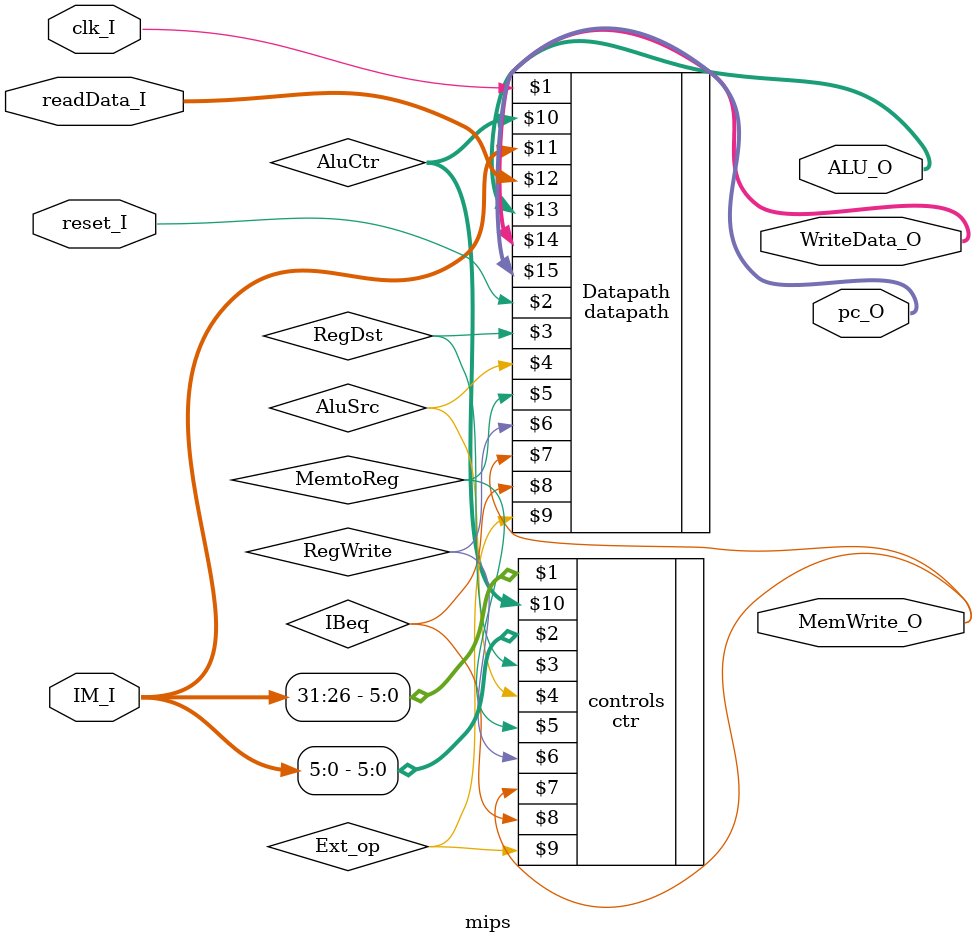
<source format=v>
module mips(clk_I , reset_I ,  IM_I , readData_I , 
pc_O , MemWrite_O , ALU_O , WriteData_O);
input clk_I ,reset_I ;
input [31:0] IM_I , readData_I;

output [29:0] pc_O ;
output [31:0] ALU_O , WriteData_O ;
output MemWrite_O ;

wire  RegDst , AluSrc , MemtoReg , RegWrite , IBeq , Ext_op ;
wire [1:0] AluCtr ;
ctr controls(IM_I[31:26] , IM_I[5:0] , RegDst , AluSrc , MemtoReg , 
RegWrite , MemWrite_O , IBeq , Ext_op , AluCtr );

datapath Datapath( clk_I , reset_I , RegDst , AluSrc , MemtoReg , RegWrite , MemWrite_O , IBeq ,
Ext_op , AluCtr , IM_I , readData_I , ALU_O , WriteData_O , pc_O);

endmodule




</source>
